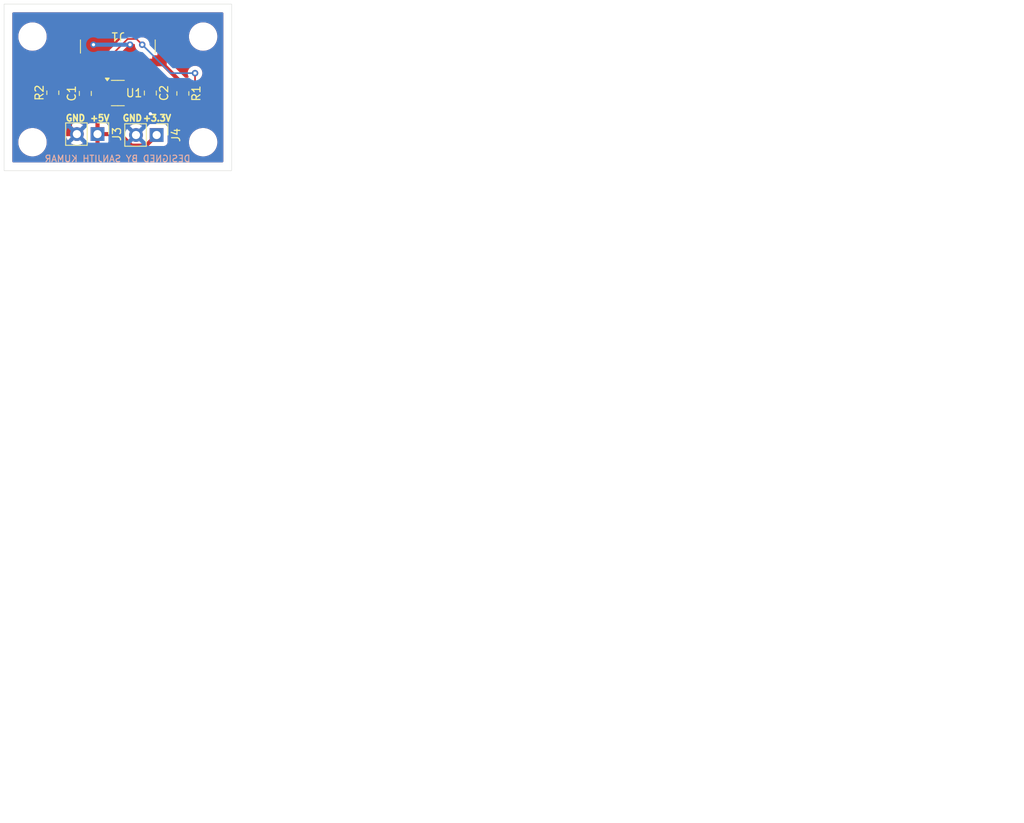
<source format=kicad_pcb>
(kicad_pcb (version 20241229) (generator "pcbnew") (generator_version "9.0")
  (title_block (title "USB TO 3.3V BOARD") (date "2025-10-29"))
  (layers (0 "F.Cu" signal) (2 "B.Cu" signal) (13 "F.Paste" user) (15 "B.Paste" user) (5 "F.SilkS" user "F.Silkscreen") (7 "B.SilkS" user "B.Silkscreen") (1 "F.Mask" user) (3 "B.Mask" user) (25 "Edge.Cuts" user))
  (net 0 "")
  (net 1 "+5V")
  (net 2 "GND")
  (net 3 "+3.3V")
  (net 4 "Net-(J1-CC2)")
  (net 5 "Net-(J1-CC1)")
  (net 6 "unconnected-(U1-NC-Pad4)")
  (footprint "Resistor_SMD:R_0805_2012Metric" (layer "F.Cu") (at 157 86 -90)
    (property "Reference" "R1" (at 0 -1.65 90) (layer "F.SilkS"))
    (property "Value" "5.1kΩ" (hide yes))
    (fp_line (start -0.227064 0.735) (end 0.227064 0.735) (stroke (width 0.12)) (layer "F.SilkS"))
    (fp_line (start -0.227064 -0.735) (end 0.227064 -0.735) (stroke (width 0.12)) (layer "F.SilkS"))
    (pad "1" smd roundrect (at -0.9125 0 270) (size 1.025 1.4) (layers "F.Cu" "F.Mask" "F.Paste") (roundrect_rratio 0.243902) (net 2 "GND"))
    (pad "2" smd roundrect (at 0.9125 0 270) (size 1.025 1.4) (layers "F.Cu" "F.Mask" "F.Paste") (roundrect_rratio 0.243902) (net 4 "Net-(J1-CC2)"))
  )
  (footprint "MountingHole:MountingHole_3mm" (layer "F.Cu") (at 138.5 79)
    (property "Reference" "REF**" (hide yes))
    (property "Value" "MountingHole_3mm" (hide yes))
    (pad "" np_thru_hole circle (at 0 0) (size 3 3) (drill 3) (layers "*.Cu" "*.Mask"))
  )
  (footprint "MountingHole:MountingHole_3mm" (layer "F.Cu") (at 159.5 92)
    (property "Reference" "REF**" (hide yes))
    (property "Value" "MountingHole_3mm" (hide yes))
    (pad "" np_thru_hole circle (at 0 0) (size 3 3) (drill 3) (layers "*.Cu" "*.Mask"))
  )
  (footprint "Connector_PinHeader_2.54mm:PinHeader_1x02_P2.54mm_Vertical" (layer "F.Cu") (at 153.775 91.115 -90)
    (property "Reference" "J4" (at 0 -2.38 270) (layer "F.SilkS"))
    (property "Value" "Conn_01x02_Pin" (hide yes))
    (fp_line (start -1.38 3.92) (end 1.38 3.92) (stroke (width 0.12)) (layer "F.SilkS"))
    (fp_line (start -1.38 1.27) (end -1.38 3.92) (stroke (width 0.12)) (layer "F.SilkS"))
    (fp_line (start -1.38 1.27) (end 1.38 1.27) (stroke (width 0.12)) (layer "F.SilkS"))
    (fp_line (start 1.38 1.27) (end 1.38 3.92) (stroke (width 0.12)) (layer "F.SilkS"))
    (fp_line (start -1.38 0) (end -1.38 -1.38) (stroke (width 0.12)) (layer "F.SilkS"))
    (fp_line (start -1.38 -1.38) (end 0 -1.38) (stroke (width 0.12)) (layer "F.SilkS"))
    (pad "1" thru_hole rect (at 0 0 270) (size 1.7 1.7) (drill 1) (layers "*.Cu" "*.Mask") (net 3 "+3.3V"))
    (pad "2" thru_hole circle (at 0 2.54 270) (size 1.7 1.7) (drill 1) (layers "*.Cu" "*.Mask") (net 2 "GND"))
  )
  (footprint "Connector_USB:USB_C_Receptacle_GCT_USB4135-GF-A_6P_TopMnt_Horizontal" (layer "F.Cu") (at 149 79 180)
    (property "Reference" "J1" (at 0 0 180) (layer "F.SilkS"))
    (property "Value" "USB_C_Receptacle_PowerOnly_6P" (hide yes))
    (fp_line (start 4.6 -2.04) (end 4.6 -0.41) (stroke (width 0.12)) (layer "F.SilkS"))
    (fp_line (start -4.6 -2.04) (end -4.6 -0.41) (stroke (width 0.12)) (layer "F.SilkS"))
    (pad "A5" smd roundrect (at -0.5 -3.0325 180) (size 0.7 1.2) (layers "F.Cu" "F.Mask" "F.Paste") (net 5 "Net-(J1-CC1)"))
    (pad "A9" smd roundrect (at 1.52 -3.0325) (size 0.76 1.2) (layers "F.Cu" "F.Mask" "F.Paste") (net 1 "+5V"))
    (pad "A12" smd roundrect (at 2.75 -3.0325) (size 0.8 1.2) (layers "F.Cu" "F.Mask" "F.Paste") (net 2 "GND"))
    (pad "B5" smd roundrect (at 0.5 -3.0325) (size 0.7 1.2) (layers "F.Cu" "F.Mask" "F.Paste") (net 4 "Net-(J1-CC2)"))
    (pad "B9" smd roundrect (at -1.52 -3.0325 180) (size 0.76 1.2) (layers "F.Cu" "F.Mask" "F.Paste") (net 1 "+5V"))
    (pad "B12" smd roundrect (at -2.75 -3.0325 180) (size 0.8 1.2) (layers "F.Cu" "F.Mask" "F.Paste") (net 2 "GND"))
    (pad "S1" smd roundrect (at -5.125 -2.9775 180) (size 1.8 1.35) (layers "F.Cu" "F.Mask" "F.Paste") (roundrect_rratio 0.1851851852) (net 2 "GND"))
    (pad "S1" smd roundrect (at -5.125 0.6025 180) (size 1.8 1.5) (layers "F.Cu" "F.Mask" "F.Paste") (roundrect_rratio 0.1666666667) (net 2 "GND"))
    (pad "S1" smd roundrect (at 5.125 -2.9775 180) (size 1.8 1.35) (layers "F.Cu" "F.Mask" "F.Paste") (roundrect_rratio 0.1851851852) (net 2 "GND"))
    (pad "S1" smd roundrect (at 5.125 0.6025 180) (size 1.8 1.5) (layers "F.Cu" "F.Mask" "F.Paste") (roundrect_rratio 0.1666666667) (net 2 "GND"))
  )
  (footprint "Resistor_SMD:R_0805_2012Metric" (layer "F.Cu") (at 141 85.9125 90)
    (property "Reference" "R2" (at 0 -1.65 90) (layer "F.SilkS"))
    (property "Value" "5.1kΩ" (hide yes))
    (fp_line (start -0.227064 -0.735) (end 0.227064 -0.735) (stroke (width 0.12)) (layer "F.SilkS"))
    (fp_line (start -0.227064 0.735) (end 0.227064 0.735) (stroke (width 0.12)) (layer "F.SilkS"))
    (pad "1" smd roundrect (at -0.9125 0 90) (size 1.025 1.4) (layers "F.Cu" "F.Mask" "F.Paste") (roundrect_rratio 0.243902) (net 5 "Net-(J1-CC1)"))
    (pad "2" smd roundrect (at 0.9125 0 90) (size 1.025 1.4) (layers "F.Cu" "F.Mask" "F.Paste") (roundrect_rratio 0.243902) (net 2 "GND"))
  )
  (footprint "Capacitor_SMD:C_0805_2012Metric" (layer "F.Cu") (at 153 85.95 -90)
    (property "Reference" "C2" (at 0 -1.68 90) (layer "F.SilkS"))
    (property "Value" "10uF" (hide yes))
    (fp_line (start -0.261252 0.735) (end 0.261252 0.735) (stroke (width 0.12)) (layer "F.SilkS"))
    (fp_line (start -0.261252 -0.735) (end 0.261252 -0.735) (stroke (width 0.12)) (layer "F.SilkS"))
    (pad "1" smd roundrect (at -0.95 0 270) (size 1 1.45) (layers "F.Cu" "F.Mask" "F.Paste") (net 3 "+3.3V"))
    (pad "2" smd roundrect (at 0.95 0 270) (size 1 1.45) (layers "F.Cu" "F.Mask" "F.Paste") (net 2 "GND"))
  )
  (footprint "Capacitor_SMD:C_0805_2012Metric" (layer "F.Cu") (at 145 86 90)
    (property "Reference" "C1" (at 0 -1.68 90) (layer "F.SilkS"))
    (property "Value" "10uF" (hide yes))
    (fp_line (start -0.261252 -0.735) (end 0.261252 -0.735) (stroke (width 0.12)) (layer "F.SilkS"))
    (fp_line (start -0.261252 0.735) (end 0.261252 0.735) (stroke (width 0.12)) (layer "F.SilkS"))
    (pad "1" smd roundrect (at -0.95 0 90) (size 1 1.45) (layers "F.Cu" "F.Mask" "F.Paste") (net 1 "+5V"))
    (pad "2" smd roundrect (at 0.95 0 90) (size 1 1.45) (layers "F.Cu" "F.Mask" "F.Paste") (net 2 "GND"))
  )
  (footprint "MountingHole:MountingHole_3mm" (layer "F.Cu") (at 159.5 79)
    (property "Reference" "REF**" (hide yes))
    (property "Value" "MountingHole_3mm" (hide yes))
    (pad "" np_thru_hole circle (at 0 0) (size 3 3) (drill 3) (layers "*.Cu" "*.Mask"))
  )
  (footprint "MountingHole:MountingHole_3mm" (layer "F.Cu") (at 138.5 92)
    (property "Reference" "REF**" (hide yes))
    (property "Value" "MountingHole_3mm" (hide yes))
    (pad "" np_thru_hole circle (at 0 0) (size 3 3) (drill 3) (layers "*.Cu" "*.Mask"))
  )
  (footprint "Package_TO_SOT_SMD:SOT-23-5" (layer "F.Cu") (at 149 85.95)
    (property "Reference" "U1" (at 2 0 0) (layer "F.SilkS"))
    (property "Value" "AP2112K-3.3" (hide yes))
    (fp_line (start 0 -1.56) (end -0.8 -1.56) (stroke (width 0.12)) (layer "F.SilkS"))
    (fp_line (start 0 -1.56) (end 0.8 -1.56) (stroke (width 0.12)) (layer "F.SilkS"))
    (fp_line (start 0 1.56) (end -0.8 1.56) (stroke (width 0.12)) (layer "F.SilkS"))
    (fp_line (start 0 1.56) (end 0.8 1.56) (stroke (width 0.12)) (layer "F.SilkS"))
    (fp_poly (pts (xy -1.3 -1.51) (xy -1.54 -1.84) (xy -1.06 -1.84)) (stroke (width 0.12)) (fill yes) (layer "F.SilkS"))
    (pad "1" smd roundrect (at -1.1375 -0.95) (size 1.325 0.6) (layers "F.Cu" "F.Mask" "F.Paste") (net 1 "+5V"))
    (pad "2" smd roundrect (at -1.1375 0) (size 1.325 0.6) (layers "F.Cu" "F.Mask" "F.Paste") (net 2 "GND"))
    (pad "3" smd roundrect (at -1.1375 0.95) (size 1.325 0.6) (layers "F.Cu" "F.Mask" "F.Paste") (net 1 "+5V"))
    (pad "4" smd roundrect (at 1.1375 0.95) (size 1.325 0.6) (layers "F.Cu" "F.Mask" "F.Paste") (net 6 "unconnected-(U1-NC-Pad4)"))
    (pad "5" smd roundrect (at 1.1375 -0.95) (size 1.325 0.6) (layers "F.Cu" "F.Mask" "F.Paste") (net 3 "+3.3V"))
  )
  (footprint "Connector_PinHeader_2.54mm:PinHeader_1x02_P2.54mm_Vertical" (layer "F.Cu") (at 146.5 91 -90)
    (property "Reference" "J3" (at 0 -2.38 270) (layer "F.SilkS"))
    (property "Value" "Conn_01x02_Pin" (hide yes))
    (fp_line (start -1.38 3.92) (end 1.38 3.92) (stroke (width 0.12)) (layer "F.SilkS"))
    (fp_line (start -1.38 1.27) (end -1.38 3.92) (stroke (width 0.12)) (layer "F.SilkS"))
    (fp_line (start -1.38 1.27) (end 1.38 1.27) (stroke (width 0.12)) (layer "F.SilkS"))
    (fp_line (start 1.38 1.27) (end 1.38 3.92) (stroke (width 0.12)) (layer "F.SilkS"))
    (fp_line (start -1.38 0) (end -1.38 -1.38) (stroke (width 0.12)) (layer "F.SilkS"))
    (fp_line (start -1.38 -1.38) (end 0 -1.38) (stroke (width 0.12)) (layer "F.SilkS"))
    (pad "1" thru_hole rect (at 0 0 270) (size 1.7 1.7) (drill 1) (layers "*.Cu" "*.Mask") (net 1 "+5V"))
    (pad "2" thru_hole circle (at 0 2.54 270) (size 1.7 1.7) (drill 1) (layers "*.Cu" "*.Mask") (net 2 "GND"))
  )
  (gr_rect (start 135 75) (end 163 95.5) (stroke (width 0.05)) (fill no) (layer "Edge.Cuts"))
  (gr_text "+3.3V\n" (at 152 89.5 0) (layer "F.SilkS") (effects (font (size 0.8 0.762) (thickness 0.1905) (bold yes)) (justify left bottom)))
  (gr_text "GND" (at 149.5 89.5 0) (layer "F.SilkS") (effects (font (size 0.8 0.762) (thickness 0.1905) (bold yes)) (justify left bottom)))
  (gr_text "GND" (at 142.5 89.5 0) (layer "F.SilkS") (effects (font (size 0.8 0.762) (thickness 0.1905) (bold yes)) (justify left bottom)))
  (gr_text "+5V" (at 145.5 89.5 0) (layer "F.SilkS") (effects (font (size 0.8 0.762) (thickness 0.1905) (bold yes)) (justify left bottom)))
  (gr_text "DESIGNED BY SANJITH KUMAR" (at 158 94.5 0) (layer "B.SilkS") (effects (font (size 0.8 0.8) (thickness 0.125) (bold yes)) (justify left bottom mirror)))
  (segment (start 147.48 82.0325) (end 147.48 81.48) (width 0.508) (layer "F.Cu") (net 1))
  (segment (start 148.03283 85) (end 147.8625 85) (width 0.508) (layer "F.Cu") (net 1))
  (segment (start 150.5 82.0125) (end 150.52 82.0325) (width 0.508) (layer "F.Cu") (net 1))
  (segment (start 146.5 88.45) (end 145 86.95) (width 0.508) (layer "F.Cu") (net 1))
  (segment (start 147.48 81.48) (end 146 80) (width 0.508) (layer "F.Cu") (net 1))
  (segment (start 147.8125 86.95) (end 147.8625 86.9) (width 0.508) (layer "F.Cu") (net 1))
  (segment (start 150.52 82.51283) (end 148.03283 85) (width 0.508) (layer "F.Cu") (net 1))
  (segment (start 146.5 91) (end 146.5 88.45) (width 0.508) (layer "F.Cu") (net 1))
  (segment (start 150.52 82.0325) (end 150.52 82.51283) (width 0.508) (layer "F.Cu") (net 1))
  (segment (start 145 86.95) (end 147.8125 86.95) (width 0.508) (layer "F.Cu") (net 1))
  (segment (start 150.5 80) (end 150.5 82.0125) (width 0.508) (layer "F.Cu") (net 1))
  (via (at 146 80) (size 0.8) (drill 0.4) (layers "F.Cu" "B.Cu") (net 1))
  (via (at 150.5 80) (size 0.8) (drill 0.4) (layers "F.Cu" "B.Cu") (net 1))
  (segment (start 146 80) (end 150.5 80) (width 0.508) (layer "B.Cu") (net 1))
  (segment (start 157 84.8525) (end 154.125 81.9775) (width 0.508) (layer "F.Cu") (net 2))
  (segment (start 141 85) (end 139.8418 86.1582) (width 0.508) (layer "F.Cu") (net 2))
  (segment (start 143.454028 91) (end 143.96 91) (width 0.508) (layer "F.Cu") (net 2))
  (segment (start 143.875 81.9775) (end 143.875 78.3975) (width 0.508) (layer "F.Cu") (net 2))
  (segment (start 143.11 90.15) (end 143.96 91) (width 0.508) (layer "F.Cu") (net 2))
  (segment (start 154.125 81.9775) (end 154.125 78.3975) (width 0.508) (layer "F.Cu") (net 2))
  (segment (start 146.195 81.9775) (end 146.25 82.0325) (width 0.508) (layer "F.Cu") (net 2))
  (segment (start 143.875 81.9775) (end 146.195 81.9775) (width 0.508) (layer "F.Cu") (net 2))
  (segment (start 153 86.9) (end 153 88.5) (width 0.508) (layer "F.Cu") (net 2))
  (segment (start 153 86.9) (end 155.1875 86.9) (width 0.508) (layer "F.Cu") (net 2))
  (segment (start 157 85.0875) (end 157 84.8525) (width 0.508) (layer "F.Cu") (net 2))
  (segment (start 145 85.05) (end 143.11 86.94) (width 0.508) (layer "F.Cu") (net 2))
  (segment (start 139.8418 86.1582) (end 139.8418 87.387772) (width 0.508) (layer "F.Cu") (net 2))
  (segment (start 141 85) (end 141 84.8525) (width 0.508) (layer "F.Cu") (net 2))
  (segment (start 142.757919 91) (end 143.96 91) (width 0.508) (layer "F.Cu") (net 2))
  (segment (start 139.8418 88.083881) (end 142.757919 91) (width 0.508) (layer "F.Cu") (net 2))
  (segment (start 143.93 82.0325) (end 143.875 81.9775) (width 0.508) (layer "F.Cu") (net 2))
  (segment (start 139.8418 87.387772) (end 143.454028 91) (width 0.508) (layer "F.Cu") (net 2))
  (segment (start 143.11 86.94) (end 143.11 90.15) (width 0.508) (layer "F.Cu") (net 2))
  (segment (start 139.8418 86.0107) (end 139.8418 88.083881) (width 0.508) (layer "F.Cu") (net 2))
  (segment (start 155.1875 86.9) (end 157 85.0875) (width 0.508) (layer "F.Cu") (net 2))
  (segment (start 151.805 81.9775) (end 151.75 82.0325) (width 0.508) (layer "F.Cu") (net 2))
  (segment (start 154.125 81.9775) (end 151.805 81.9775) (width 0.508) (layer "F.Cu") (net 2))
  (segment (start 145 85.05) (end 145.9 85.95) (width 0.508) (layer "F.Cu") (net 2))
  (segment (start 143.875 81.9775) (end 139.8418 86.0107) (width 0.508) (layer "F.Cu") (net 2))
  (segment (start 141 84.8525) (end 143.875 81.9775) (width 0.508) (layer "F.Cu") (net 2))
  (segment (start 145.9 85.95) (end 147.8625 85.95) (width 0.508) (layer "F.Cu") (net 2))
  (via (at 153 88.5) (size 0.8) (drill 0.4) (layers "F.Cu" "B.Cu") (net 2))
  (segment (start 150.0418 92.3082) (end 145.2682 92.3082) (width 0.508) (layer "B.Cu") (net 2))
  (segment (start 145.2682 92.3082) (end 143.96 91) (width 0.508) (layer "B.Cu") (net 2))
  (segment (start 153 89.35) (end 151.235 91.115) (width 0.508) (layer "B.Cu") (net 2))
  (segment (start 153 88.5) (end 153 89.35) (width 0.508) (layer "B.Cu") (net 2))
  (segment (start 151.235 91.115) (end 150.0418 92.3082) (width 0.508) (layer "B.Cu") (net 2))
  (segment (start 153 85) (end 150.1375 85) (width 0.508) (layer "F.Cu") (net 3))
  (segment (start 149.0168 86.1207) (end 149.0168 90.746875) (width 0.508) (layer "F.Cu") (net 3))
  (segment (start 150.1375 85) (end 149.0168 86.1207) (width 0.508) (layer "F.Cu") (net 3))
  (segment (start 152.4668 92.4232) (end 153.775 91.115) (width 0.508) (layer "F.Cu") (net 3))
  (segment (start 149.0168 90.746875) (end 150.693125 92.4232) (width 0.508) (layer "F.Cu") (net 3))
  (segment (start 150.693125 92.4232) (end 152.4668 92.4232) (width 0.508) (layer "F.Cu") (net 3))
  (segment (start 148.5 82.0325) (end 148.5 81.001848) (width 0.2032) (layer "F.Cu") (net 4))
  (segment (start 150.207648 79.2942) (end 151.2942 79.2942) (width 0.2032) (layer "F.Cu") (net 4))
  (segment (start 151.2942 79.2942) (end 152 80) (width 0.2032) (layer "F.Cu") (net 4))
  (segment (start 158.5 85.4125) (end 157 86.9125) (width 0.2032) (layer "F.Cu") (net 4))
  (segment (start 148.5 81.001848) (end 150.207648 79.2942) (width 0.2032) (layer "F.Cu") (net 4))
  (segment (start 158.5 83.5) (end 158.5 85.4125) (width 0.2032) (layer "F.Cu") (net 4))
  (via (at 158.5 83.5) (size 0.8) (drill 0.4) (layers "F.Cu" "B.Cu") (net 4))
  (via (at 152 80) (size 0.8) (drill 0.4) (layers "F.Cu" "B.Cu") (net 4))
  (segment (start 155.5 83.5) (end 158.5 83.5) (width 0.2032) (layer "B.Cu") (net 4))
  (segment (start 152 80) (end 155.5 83.5) (width 0.2032) (layer "B.Cu") (net 4))
  (segment (start 149.5 82.6325) (end 149.5 82.0325) (width 0.2032) (layer "F.Cu") (net 5))
  (segment (start 144.8867 82.9383) (end 149.1942 82.9383) (width 0.2032) (layer "F.Cu") (net 5))
  (segment (start 149.1942 82.9383) (end 149.5 82.6325) (width 0.2032) (layer "F.Cu") (net 5))
  (segment (start 141 86.825) (end 144.8867 82.9383) (width 0.2032) (layer "F.Cu") (net 5))
  (segment (start 150.1375 86.9) (end 150.2375 87) (width 0.2032) (layer "F.Cu") (net 6))
  (zone (net 1) (net_name "+5V") (layer "F.Cu") (priority 1) (connect_pads (clearance 0.5)) (min_thickness 0.25) (fill yes (thermal_gap 0.5) (thermal_bridge_width 0.5))
    (polygon (pts (xy 163.5 96) (xy 163.5 74.5) (xy 134.5 74.5) (xy 134.5 96)))
  )
  (zone (net 2) (net_name "GND") (layer "B.Cu") (connect_pads (clearance 0.5)) (min_thickness 0.25) (fill yes (thermal_gap 0.5) (thermal_bridge_width 0.5))
    (polygon (pts (xy 163.5 96) (xy 163.5 74.5) (xy 134.5 74.5) (xy 134.5 96)))
  )
)
</source>
